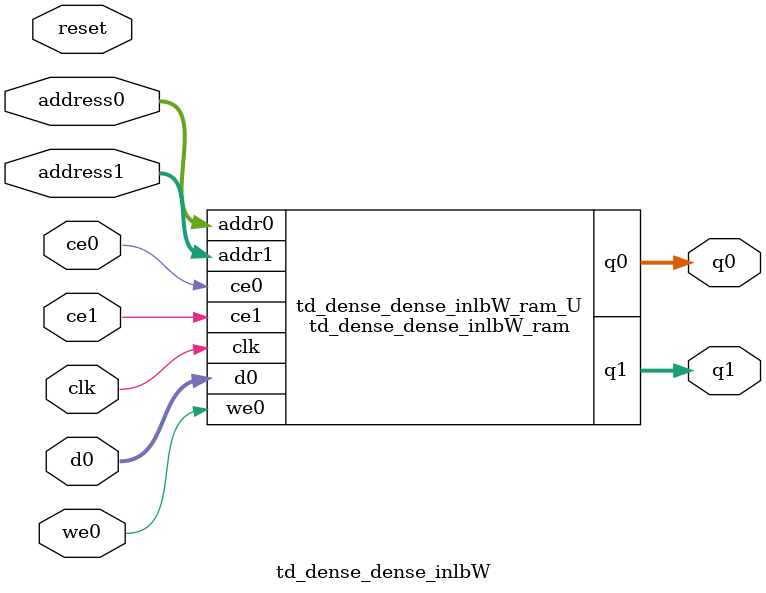
<source format=v>
`timescale 1 ns / 1 ps
module td_dense_dense_inlbW_ram (addr0, ce0, d0, we0, q0, addr1, ce1, q1,  clk);

parameter DWIDTH = 16;
parameter AWIDTH = 4;
parameter MEM_SIZE = 16;

input[AWIDTH-1:0] addr0;
input ce0;
input[DWIDTH-1:0] d0;
input we0;
output reg[DWIDTH-1:0] q0;
input[AWIDTH-1:0] addr1;
input ce1;
output reg[DWIDTH-1:0] q1;
input clk;

(* ram_style = "distributed" *)reg [DWIDTH-1:0] ram[0:MEM_SIZE-1];




always @(posedge clk)  
begin 
    if (ce0) begin
        if (we0) 
            ram[addr0] <= d0; 
        q0 <= ram[addr0];
    end
end


always @(posedge clk)  
begin 
    if (ce1) begin
        q1 <= ram[addr1];
    end
end


endmodule

`timescale 1 ns / 1 ps
module td_dense_dense_inlbW(
    reset,
    clk,
    address0,
    ce0,
    we0,
    d0,
    q0,
    address1,
    ce1,
    q1);

parameter DataWidth = 32'd16;
parameter AddressRange = 32'd16;
parameter AddressWidth = 32'd4;
input reset;
input clk;
input[AddressWidth - 1:0] address0;
input ce0;
input we0;
input[DataWidth - 1:0] d0;
output[DataWidth - 1:0] q0;
input[AddressWidth - 1:0] address1;
input ce1;
output[DataWidth - 1:0] q1;



td_dense_dense_inlbW_ram td_dense_dense_inlbW_ram_U(
    .clk( clk ),
    .addr0( address0 ),
    .ce0( ce0 ),
    .we0( we0 ),
    .d0( d0 ),
    .q0( q0 ),
    .addr1( address1 ),
    .ce1( ce1 ),
    .q1( q1 ));

endmodule


</source>
